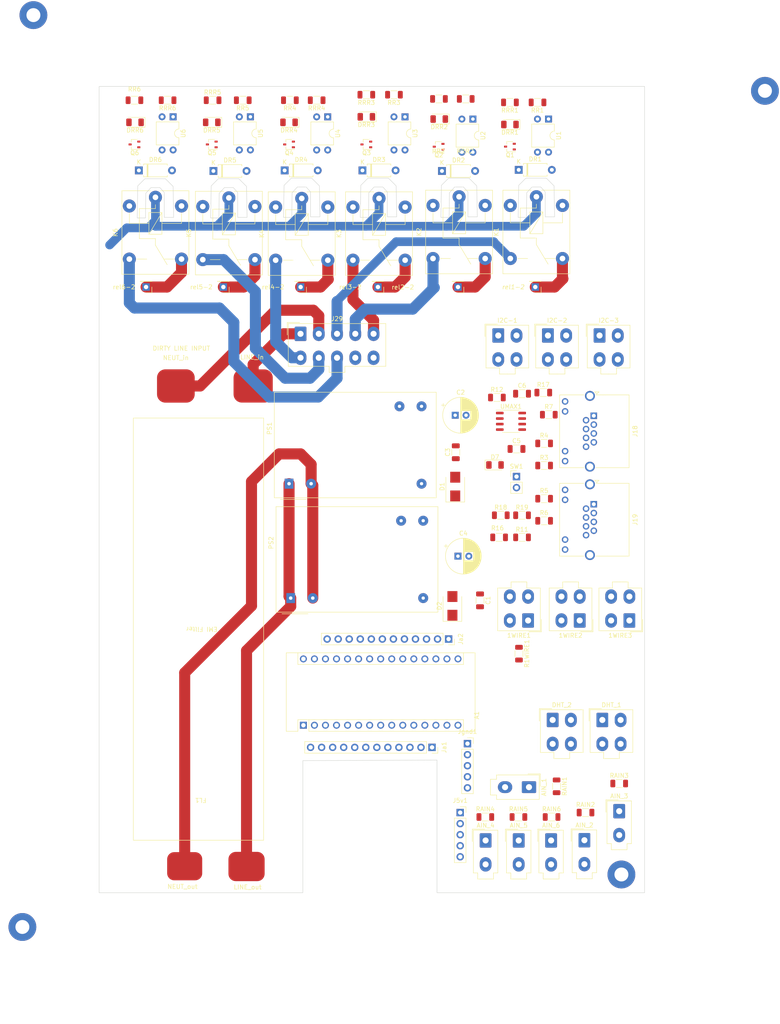
<source format=kicad_pcb>
(kicad_pcb (version 20211014) (generator pcbnew)
  (layers (0 "F.Cu" signal) (31 "B.Cu" signal) (34 "B.Paste" user) (35 "F.Paste" user) (36 "B.SilkS" user "B.Silkscreen") (37 "F.SilkS" user "F.Silkscreen") (38 "B.Mask" user) (39 "F.Mask" user) (44 "Edge.Cuts" user))
  (net 0 "")
  (net 1 "5VA")
  (net 2 "1WIRE_DATA")
  (net 3 "GND2")
  (net 5 "+12VA")
  (net 6 "AIN1")
  (net 7 "AIN2")
  (net 8 "AIN3")
  (net 9 "AIN4")
  (net 10 "SDA")
  (net 11 "SCL")
  (net 12 "IN1")
  (net 13 "IN2")
  (net 14 "IN3")
  (net 15 "IN4")
  (net 16 "IN5")
  (net 17 "IN6")
  (net 18 "RX")
  (net 19 "TX")
  (net 20 "T{slash}R")
  (net 21 "DHT1")
  (net 22 "DHT2")
  (net 23 "GND1")
  (net 24 "+12V")
  (net 25 "Net-(D7-Pad1)")
  (net 26 "3V3")
  (net 27 "NEUT")
  (net 28 "AREF")
  (net 29 "LINE")
  (net 30 "RS485A")
  (net 31 "RS485B")
  (net 32 "/L3")
  (net 33 "/L6")
  (net 34 "/L7")
  (net 35 "/L8")
  (net 36 "Net-(J18-Pad10)")
  (net 37 "Net-(J18-Pad12)")
  (net 38 "Net-(J19-Pad10)")
  (net 39 "Net-(J19-Pad12)")
  (net 40 "Led1_in")
  (net 41 "Reset_in")
  (net 42 "Net-(K1-Pad4)")
  (net 43 "Net-(K2-Pad4)")
  (net 44 "Net-(K3-Pad4)")
  (net 45 "Net-(K4-Pad4)")
  (net 46 "Net-(K5-Pad4)")
  (net 47 "Net-(K6-Pad4)")
  (net 48 "Net-(Q1-Pad1)")
  (net 49 "Net-(Q2-Pad1)")
  (net 50 "Net-(Q3-Pad1)")
  (net 51 "Net-(Q4-Pad1)")
  (net 52 "Net-(Q5-Pad1)")
  (net 53 "Net-(Q6-Pad1)")
  (net 54 "Net-(R17-Pad1)")
  (net 57 "AIN5")
  (net 58 "AIN6")
  (net 59 "Net-(DR1-Pad1)")
  (net 60 "Net-(DR2-Pad1)")
  (net 61 "Net-(DR3-Pad1)")
  (net 62 "Net-(DR4-Pad1)")
  (net 63 "Net-(DR5-Pad1)")
  (net 64 "Net-(DR6-Pad1)")
  (net 65 "RESET")
  (net 66 "Net-(FL1-Pad1)")
  (net 67 "Net-(FL1-Pad3)")
  (net 68 " Ch1_Output")
  (net 69 " Ch2_Output")
  (net 70 " Ch3_Output")
  (net 71 " Ch4_Output")
  (net 72 " Ch5_Output")
  (net 73 " Ch6_Output")
  (net 74 "Net-(DRR1-Pad2)")
  (net 75 "Net-(DRR2-Pad2)")
  (net 76 "Net-(DRR3-Pad2)")
  (net 77 "Net-(DRR4-Pad2)")
  (net 78 "Net-(DRR5-Pad2)")
  (net 79 "Net-(DRR6-Pad2)")
  (net 80 "Net-(RR1-Pad2)")
  (net 81 "Net-(RR2-Pad2)")
  (net 82 "Net-(RR3-Pad2)")
  (net 83 "Net-(RR4-Pad2)")
  (net 84 "Net-(RR5-Pad2)")
  (net 85 "Net-(RR6-Pad2)")
  (net 86 "Net-(RRR1-Pad1)")
  (net 87 "Net-(RRR2-Pad1)")
  (net 88 "Net-(RRR3-Pad1)")
  (net 89 "Net-(RRR4-Pad1)")
  (net 90 "Net-(RRR5-Pad1)")
  (net 91 "Net-(RRR6-Pad1)")
  (footprint "Connector_Molex:Molex_Mini-Fit_Jr_5566-04A_2x02_P4.20mm_Vertical" (layer "F.Cu") (at 152.45 94.576)
    (fp_text reference "I2C-3")
    (fp_text value "Conn_01x04")
  )
  (footprint "Resistor_SMD:R_1206_3216Metric" (layer "F.Cu") (at 138.186 41.011 180)
    (fp_text reference "RR1")
    (fp_text value "1K")
  )
  (footprint "Connector_PinHeader_2.54mm:PinHeader_1x02_P2.54mm_Vertical" (layer "F.Cu") (at 133.35 127)
    (fp_text reference "SW1")
    (fp_text value "SW_DIP_x01")
  )
  (footprint "Diode_SMD:D_SMB" (layer "F.Cu") (at 119.253 129.295 90)
    (fp_text reference "D1")
    (fp_text value "SM6T22A")
  )
  (footprint "Package_TO_SOT_SMD:SOT-323_SC-70" (layer "F.Cu") (at 45.466 50.673 180)
    (fp_text reference "Q6")
    (fp_text value "BC848W")
  )
  (footprint "LED_SMD:LED_1206_3216Metric" (layer "F.Cu") (at 131.836 46.091 180)
    (fp_text reference "DRR1")
    (fp_text value "LED")
  )
  (footprint "Chinese_emi_filter:Converter_ACDC_MeanWell_IRM-03-xx_THT" (layer "F.Cu") (at 81.407 154.9245 90)
    (fp_text reference "PS2")
    (fp_text value "LDE05-20B12")
  )
  (footprint "Resistor_SMD:R_1206_3216Metric" (layer "F.Cu") (at 129.3475 140.97)
    (fp_text reference "R16")
    (fp_text value "100K")
  )
  (footprint "LED_SMD:LED_1206_3216Metric" (layer "F.Cu") (at 128.397 124.333)
    (fp_text reference "D7")
    (fp_text value "LED")
  )
  (footprint "Connector_PinSocket_2.54mm:PinSocket_1x12_P2.54mm_Vertical" (layer "F.Cu") (at 117.729 164.338 -90)
    (fp_text reference "Ja2")
    (fp_text value "Conn_01x12_Male")
  )
  (footprint "Resistor_SMD:R_1206_3216Metric" (layer "F.Cu") (at 70.376 40.513 180)
    (fp_text reference "RR5")
    (fp_text value "1K")
  )
  (footprint "Connector_RJ:RJ45_Amphenol_RJHSE538X" (layer "F.Cu") (at 151.13 113.03 -90)
    (fp_text reference "J18")
    (fp_text value "8P8C_LED")
  )
  (footprint "LED_SMD:LED_1206_3216Metric" (layer "F.Cu") (at 63.246 45.593 180)
    (fp_text reference "DRR5")
    (fp_text value "LED")
  )
  (footprint "Capacitor_SMD:C_1206_3216Metric" (layer "F.Cu") (at 133.35 120.65)
    (fp_text reference "C5")
    (fp_text value "100 nF")
  )
  (footprint "Package_SO:SO-8_3.9x4.9mm_P1.27mm" (layer "F.Cu") (at 132.08 114.3)
    (fp_text reference "UMAX1")
    (fp_text value "MAX485E")
  )
  (footprint "Package_DIP:DIP-4_W7.62mm" (layer "F.Cu") (at 140.716 44.831 -90)
    (fp_text reference "U1")
    (fp_text value "EL817")
  )
  (footprint "Capacitor_SMD:C_1206_3216Metric" (layer "F.Cu") (at 119.38 121.412 90)
    (fp_text reference "C3")
    (fp_text value "C")
  )
  (footprint "Package_TO_SOT_SMD:SOT-323_SC-70" (layer "F.Cu") (at 115.432 51.191 180)
    (fp_text reference "Q2")
    (fp_text value "BC848W")
  )
  (footprint "Connector_Molex:Molex_Mini-Fit_Jr_5566-02A_2x01_P4.20mm_Vertical" (layer "F.Cu") (at 141.308 210.618)
    (fp_text reference "AIN_6")
    (fp_text value "Conn_01x02")
  )
  (footprint "Connector_Molex:Molex_Mini-Fit_Jr_5566-04A_2x02_P4.20mm_Vertical" (layer "F.Cu") (at 147.887 160.072 180)
    (fp_text reference "1WIRE2")
    (fp_text value "Conn_01x03")
  )
  (footprint "LED_SMD:LED_1206_3216Metric" (layer "F.Cu") (at 98.806 44.323 180)
    (fp_text reference "DRR3")
    (fp_text value "LED")
  )
  (footprint "MountingHole:MountingHole_3.2mm_M3_Pad" (layer "F.Cu") (at 190.5 38.354)
    (fp_text reference "H4" hide)
    (fp_text value "MountingHole" hide)
  )
  (footprint "Connector_Molex:Molex_Mini-Fit_Jr_5566-02A_2x01_P4.20mm_Vertical" (layer "F.Cu") (at 156.972 203.887)
    (fp_text reference "AIN_3")
    (fp_text value "Conn_01x02")
  )
  (footprint "Resistor_SMD:R_1206_3216Metric" (layer "F.Cu") (at 156.972 197.537)
    (fp_text reference "RAIN3")
    (fp_text value "10K")
  )
  (footprint "Module:Arduino_Nano" (layer "F.Cu") (at 84.328 184.14 90)
    (fp_text reference "A1")
    (fp_text value "Arduino_Nano_v3.x")
  )
  (footprint "Connector_Molex:Molex_Mini-Fit_Jr_5566-02A_2x01_P4.20mm_Vertical" (layer "F.Cu") (at 136.219 198.374 -90)
    (fp_text reference "AIN_1")
    (fp_text value "Conn_01x02")
  )
  (footprint "Connector_PinHeader_2.54mm:PinHeader_1x01_P2.54mm_Vertical" (layer "F.Cu") (at 119.888 83.439 180)
    (fp_text reference "rel2-2")
    (fp_text value "Conn_01x01_Male")
  )
  (footprint "Resistor_SMD:R_1206_3216Metric" (layer "F.Cu") (at 139.7 132.08)
    (fp_text reference "R5")
    (fp_text value "330")
  )
  (footprint "Package_TO_SOT_SMD:SOT-323_SC-70" (layer "F.Cu") (at 98.806 50.673 180)
    (fp_text reference "Q3")
    (fp_text value "BC848W")
  )
  (footprint "Resistor_SMD:R_1206_3216Metric" (layer "F.Cu") (at 129.7325 135.89)
    (fp_text reference "R18")
    (fp_text value "330")
  )
  (footprint "Connector_Molex:Molex_Mini-Fit_Jr_5566-04A_2x02_P4.20mm_Vertical" (layer "F.Cu") (at 141.664 182.932)
    (fp_text reference "DHT_2")
    (fp_text value "Conn_01x03")
  )
  (footprint "LED_SMD:LED_1206_3216Metric" (layer "F.Cu") (at 115.572 44.841 180)
    (fp_text reference "DRR2")
    (fp_text value "LED")
  )
  (footprint "Package_DIP:DIP-4_W7.62mm" (layer "F.Cu") (at 54.356 44.323 -90)
    (fp_text reference "U6")
    (fp_text value "EL817")
  )
  (footprint "Connector_Molex:Molex_Mini-Fit_Jr_5566-04A_2x02_P4.20mm_Vertical" (layer "F.Cu") (at 136.017 160.072 180)
    (fp_text reference "1WIRE1")
    (fp_text value "Conn_01x03")
  )
  (footprint "Resistor_SMD:R_1206_3216Metric" (layer "F.Cu") (at 139.7 119.38)
    (fp_text reference "R4")
    (fp_text value "330")
  )
  (footprint "Connector_Molex:Molex_Mini-Fit_Jr_5566-10A_2x05_P4.20mm_Vertical" (layer "F.Cu") (at 83.666 94.195)
    (fp_text reference "J29")
    (fp_text value "Conn_02x05_Counter_Clockwise")
  )
  (footprint "Resistor_SMD:R_1206_3216Metric" (layer "F.Cu") (at 139.5075 107.696)
    (fp_text reference "R17")
    (fp_text value "R")
  )
  (footprint "Connector_PinHeader_2.54mm:PinHeader_1x01_P2.54mm_Vertical" (layer "F.Cu") (at 65.913 83.439 180)
    (fp_text reference "rel5-2")
    (fp_text value "Conn_01x01_Male")
  )
  (footprint "Resistor_SMD:R_1206_3216Metric" (layer "F.Cu") (at 139.7 124.46)
    (fp_text reference "R3")
    (fp_text value "330")
  )
  (footprint "Connector_Molex:Molex_Mini-Fit_Jr_5566-02A_2x01_P4.20mm_Vertical" (layer "F.Cu") (at 133.858 210.618)
    (fp_text reference "AIN_5")
    (fp_text value "Conn_01x02")
  )
  (footprint "Resistor_SMD:R_1206_3216Metric" (layer "F.Cu") (at 105.156 39.243 180)
    (fp_text reference "RR3")
    (fp_text value "1K")
  )
  (footprint "LED_SMD:LED_1206_3216Metric" (layer "F.Cu") (at 81.026 45.593 180)
    (fp_text reference "DRR4")
    (fp_text value "LED")
  )
  (footprint "Diode_THT:D_A-405_P7.62mm_Horizontal" (layer "F.Cu") (at 133.858 56.515)
    (fp_text reference "DR1")
    (fp_text value "DIODE")
  )
  (footprint "MountingHole:MountingHole_3.2mm_M3_Pad" (layer "F.Cu") (at 157.48 218.44)
    (fp_text reference "H1" hide)
    (fp_text value "MountingHole")
  )
  (footprint "Chinese_emi_filter:Relay_T75" (layer "F.Cu") (at 120.142 62.689 -90)
    (fp_text reference "K2")
    (fp_text value "G5Q-1")
  )
  (footprint "Connector_RJ:RJ45_Amphenol_RJHSE538X" (layer "F.Cu") (at 151.13 133.35 -90)
    (fp_text reference "J19")
    (fp_text value "8P8C_LED")
  )
  (footprint "Chinese_emi_filter:ChinezeFilter" (layer "F.Cu") (at 60.452 221.243938 180)
    (fp_text reference "FL1")
    (fp_text value "Filter_EMI")
  )
  (footprint "Diode_THT:D_A-405_P7.62mm_Horizontal" (layer "F.Cu") (at 46.482 56.642)
    (fp_text reference "DR6")
    (fp_text value "DIODE")
  )
  (footprint "Resistor_SMD:R_1206_3216Metric" (layer "F.Cu") (at 140.7775 112.776)
    (fp_text reference "R7")
    (fp_text value "10K")
  )
  (footprint "Connector_PinHeader_2.54mm:PinHeader_1x01_P2.54mm_Vertical" (layer "F.Cu") (at 101.473 83.439 180)
    (fp_text reference "rel3-2")
    (fp_text value "Conn_01x01_Male")
  )
  (footprint "Package_DIP:DIP-4_W7.62mm" (layer "F.Cu") (at 72.136 44.323 -90)
    (fp_text reference "U5")
    (fp_text value "EL817")
  )
  (footprint "Chinese_emi_filter:Converter_ACDC_MeanWell_IRM-03-xx_THT" (layer "F.Cu") (at 81.026 128.6355 90)
    (fp_text reference "PS1")
    (fp_text value "LDE05-20B12")
  )
  (footprint "Capacitor_SMD:C_1206_3216Metric" (layer "F.Cu") (at 124.958349 155.448 -90)
    (fp_text reference "C1")
    (fp_text value "C")
  )
  (footprint "Connector_Molex:Molex_Mini-Fit_Jr_5566-04A_2x02_P4.20mm_Vertical" (layer "F.Cu") (at 159.317 160.072 180)
    (fp_text reference "1WIRE3")
    (fp_text value "Conn_01x03")
  )
  (footprint "Connector_PinHeader_2.54mm:PinHeader_1x01_P2.54mm_Vertical" (layer "F.Cu") (at 83.693 83.439 180)
    (fp_text reference "rel4-2")
    (fp_text value "Conn_01x01_Male")
  )
  (footprint "Resistor_SMD:R_1206_3216Metric" (layer "F.Cu") (at 87.376 40.513 180)
    (fp_text reference "RRR4")
    (fp_text value "1K")
  )
  (footprint "Chinese_emi_filter:Relay_T75" (layer "F.Cu") (at 83.947 63.07 -90)
    (fp_text reference "K4")
    (fp_text value "G5Q-1")
  )
  (footprint "Capacitor_THT:CP_Radial_D8.0mm_P2.50mm" (layer "F.Cu") (at 119.878349 145.288)
    (fp_text reference "C4")
    (fp_text value "C_Polarized")
  )
  (footprint "Resistor_SMD:R_1206_3216Metric" (layer "F.Cu") (at 149.225 204.216)
    (fp_text reference "RAIN2")
    (fp_text value "10K")
  )
  (footprint "Resistor_SMD:R_1206_3216Metric" (layer "F.Cu") (at 142.569 198.1815 -90)
    (fp_text reference "RAIN1")
    (fp_text value "10K")
  )
  (footprint "Resistor_SMD:R_1206_3216Metric" (layer "F.Cu") (at 53.086 40.513 180)
    (fp_text reference "RRR6")
    (fp_text value "1K")
  )
  (footprint "Package_DIP:DIP-4_W7.62mm" (layer "F.Cu") (at 89.921 44.333 -90)
    (fp_text reference "U4")
    (fp_text value "EL817")
  )
  (footprint "Connector_Molex:Molex_Mini-Fit_Jr_5566-02A_2x01_P4.20mm_Vertical" (layer "F.Cu") (at 126.238 210.618)
    (fp_text reference "AIN_4")
    (fp_text value "Conn_01x02")
  )
  (footprint "Chinese_emi_filter:Relay_T75" (layer "F.Cu") (at 137.922 62.689 -90)
    (fp_text reference "K1")
    (fp_text value "G5Q-1")
  )
  (footprint "Diode_THT:D_A-405_P7.62mm_Horizontal" (layer "F.Cu") (at 80.01 56.642)
    (fp_text reference "DR4")
    (fp_text value "DIODE")
  )
  (footprint "Resistor_SMD:R_1206_3216Metric" (layer "F.Cu") (at 134.62 140.97)
    (fp_text reference "R11")
    (fp_text value "10K")
  )
  (footprint "Package_TO_SOT_SMD:SOT-323_SC-70" (layer "F.Cu") (at 63.246 50.673 180)
    (fp_text reference "Q5")
    (fp_text value "BC848W")
  )
  (footprint "Resistor_SMD:R_1206_3216Metric" (layer "F.Cu") (at 133.917 167.692 -90)
    (fp_text reference "R1WIRE1")
    (fp_text value "4.7K")
  )
  (footprint "Resistor_SMD:R_1206_3216Metric" (layer "F.Cu") (at 131.836 41.011 180)
    (fp_text reference "RRR1")
    (fp_text value "1K")
  )
  (footprint "Resistor_SMD:R_1206_3216Metric" (layer "F.Cu") (at 134.62 135.89)
    (fp_text reference "R19")
    (fp_text value "330")
  )
  (footprint "Connector_Molex:Molex_Mini-Fit_Jr_5566-02A_2x01_P4.20mm_Vertical" (layer "F.Cu") (at 148.971 210.566)
    (fp_text reference "AIN_2")
    (fp_text value "Conn_01x02")
  )
  (footprint "Resistor_SMD:R_1206_3216Metric" (layer "F.Cu") (at 98.806 39.243 180)
    (fp_text reference "RRR3")
    (fp_text value "1K")
  )
  (footprint "Diode_SMD:D_SMB" (layer "F.Cu") (at 118.608349 156.718 90)
    (fp_text reference "D2")
    (fp_text value "SM6T22A")
  )
  (footprint "Resistor_SMD:R_1206_3216Metric" (layer "F.Cu") (at 133.7965 205.232)
    (fp_text reference "RAIN5")
    (fp_text value "10K")
  )
  (footprint "Connector_Molex:Molex_Mini-Fit_Jr_5566-04A_2x02_P4.20mm_Vertical" (layer "F.Cu") (at 140.58 94.576)
    (fp_text reference "I2C-2")
    (fp_text value "Conn_01x04")
  )
  (footprint "Connector_PinHeader_2.54mm:PinHeader_1x01_P2.54mm_Vertical" (layer "F.Cu") (at 48.133 83.439 180)
    (fp_text reference "rel6-2")
    (fp_text value "Conn_01x01_Male")
  )
  (footprint "Resistor_SMD:R_1206_3216Metric" (layer "F.Cu") (at 128.84 108.83)
    (fp_text reference "R12")
    (fp_text value "10K")
  )
  (footprint "MountingHole:MountingHole_3.2mm_M3_Pad" (layer "F.Cu") (at 19.685 230.505)
    (fp_text reference "H3" hide)
    (fp_text value "MountingHole")
  )
  (footprint "Diode_THT:D_A-405_P7.62mm_Horizontal" (layer "F.Cu") (at 97.917 56.642)
    (fp_text reference "DR3")
    (fp_text value "DIODE")
  )
  (footprint "Connector_PinSocket_2.54mm:PinSocket_1x12_P2.54mm_Vertical" (layer "F.Cu") (at 113.919 189.23 -90)
    (fp_text reference "Ja1")
    (fp_text value "Conn_01x12_Male")
  )
  (footprint "Resistor_SMD:R_1206_3216Metric" (layer "F.Cu") (at 121.666 40.21 180)
    (fp_text reference "RRR2")
    (fp_text value "1K")
  )
  (footprint "Resistor_SMD:R_1206_3216Metric" (layer "F.Cu") (at 45.466 40.513 180)
    (fp_text reference "RR6")
    (fp_text value "1K")
  )
  (footprint "Package_DIP:DIP-4_W7.62mm" (layer "F.Cu") (at 123.322 44.841 -90)
    (fp_text reference "U2")
    (fp_text value "EL817")
  )
  (footprint "Resistor_SMD:R_1206_3216Metric" (layer "F.Cu") (at 126.1765 205.232)
    (fp_text reference "RAIN4")
    (fp_text value "10K")
  )
  (footprint "Connector_PinSocket_2.54mm:PinSocket_1x05_P2.54mm_Vertical" (layer "F.Cu") (at 120.396 204.216)
    (fp_text reference "J5v1")
    (fp_text value "Conn_01x05_Female")
  )
  (footprint "Connector_PinSocket_2.54mm:PinSocket_1x05_P2.54mm_Vertical" (layer "F.Cu") (at 122.072 188.371)
    (fp_text reference "Jgnd1")
    (fp_text value "Conn_01x05_Female")
  )
  (footprint "Connector_Molex:Molex_Mini-Fit_Jr_5566-04A_2x02_P4.20mm_Vertical" (layer "F.Cu") (at 153.094 182.932)
    (fp_text reference "DHT_1")
    (fp_text value "Conn_01x03")
  )
  (footprint "Connector_PinHeader_2.54mm:PinHeader_1x01_P2.54mm_Vertical" (layer "F.Cu") (at 137.668 83.439 180)
    (fp_text reference "rel1-2")
    (fp_text value "Conn_01x01_Male")
  )
  (footprint "Diode_THT:D_A-405_P7.62mm_Horizontal" (layer "F.Cu") (at 116.205 56.769)
    (fp_text reference "DR2")
    (fp_text value "DIODE")
  )
  (footprint "Resistor_SMD:R_1206_3216Metric" (layer "F.Cu") (at 141.4165 205.232)
    (fp_text reference "RAIN6")
    (fp_text value "10K")
  )
  (footprint "LED_SMD:LED_1206_3216Metric" (layer "F.Cu") (at 45.596 45.593 180)
    (fp_text reference "DRR6")
    (fp_text value "LED")
  )
  (footprint "Resistor_SMD:R_1206_3216Metric" (layer "F.Cu") (at 63.4385 40.513)
    (fp_text reference "RRR5")
    (fp_text value "1K")
  )
  (footprint "Package_TO_SOT_SMD:SOT-323_SC-70" (layer "F.Cu") (at 131.836 51.171 180)
    (fp_text reference "Q1")
    (fp_text value "BC848W")
  )
  (footprint "Diode_THT:D_A-405_P7.62mm_Horizontal" (layer "F.Cu") (at 63.627 56.769)
    (fp_text reference "DR5")
    (fp_text value "DIODE")
  )
  (footprint "Package_DIP:DIP-4_W7.62mm" (layer "F.Cu") (at 107.701 44.333 -90)
    (fp_text reference "U3")
    (fp_text value "EL817")
  )
  (footprint "Capacitor_SMD:C_1206_3216Metric" (layer "F.Cu") (at 134.62 107.95)
    (fp_text reference "C6")
    (fp_text value "100 nF")
  )
  (footprint "MountingHole:MountingHole_3.2mm_M3_Pad" (layer "F.Cu") (at 22.225 20.955)
    (fp_text reference "H2" hide)
    (fp_text value "MountingHole")
  )
  (footprint "Connector_Molex:Molex_Mini-Fit_Jr_5566-04A_2x02_P4.20mm_Vertical" (layer "F.Cu") (at 129.15 94.576)
    (fp_text reference "I2C-1")
    (fp_text value "Conn_01x04")
  )
  (footprint "Package_TO_SOT_SMD:SOT-323_SC-70" (layer "F.Cu") (at 81.026 50.673 180)
    (fp_text reference "Q4")
    (fp_text value "BC848W")
  )
  (footprint "Chinese_emi_filter:Relay_T75" (layer "F.Cu") (at 67.183 62.943 -90)
    (fp_text reference "K5")
    (fp_text value "G5Q-1")
  )
  (footprint "Resistor_SMD:R_1206_3216Metric" (layer "F.Cu") (at 115.5085 40.21 180)
    (fp_text reference "RR2")
    (fp_text value "1K")
  )
  (footprint "Chinese_emi_filter:Relay_T75" (layer "F.Cu") (at 50.292 62.816 -90)
    (fp_text reference "K6")
    (fp_text value "G5Q-1")
  )
  (footprint "Chinese_emi_filter:Relay_T75" (layer "F.Cu") (at 101.727 63.07 -90)
    (fp_text reference "K3")
    (fp_text value "G5Q-1")
  )
  (footprint "Capacitor_THT:CP_Radial_D8.0mm_P2.50mm" (layer "F.Cu") (at 119.243349 112.903)
    (fp_text reference "C2")
    (fp_text value "C_Polarized")
  )
  (footprint "Resistor_SMD:R_1206_3216Metric" (layer "F.Cu") (at 139.7 137.16)
    (fp_text reference "R6")
    (fp_text value "330")
  )
  (footprint "Resistor_SMD:R_1206_3216Metric" (layer "F.Cu") (at 81.2185 40.513 180)
    (fp_text reference "RR4")
    (fp_text value "1K")
  )
  (gr_poly (pts (xy 52.324 61.722) (xy 51.308 60.579) (xy 49.276 60.579) (xy 48.0695 61.9125) (xy 48.006 67.564) (xy 46.101 67.564) (xy 46.228 60.198) (xy 47.879 58.547) (xy 52.578 58.547) (xy 54.356 60.325) (xy 54.483 67.437) (xy 52.324 67.437)) (layer "Edge.Cuts") (width 0.1) (fill none))
  (gr_poly (pts (xy 85.979 61.595) (xy 84.963 60.452) (xy 82.931 60.452) (xy 81.7245 61.7855) (xy 81.661 67.437) (xy 79.756 67.437) (xy 79.883 60.071) (xy 81.534 58.42) (xy 86.233 58.42) (xy 88.011 60.198) (xy 88.138 67.31) (xy 85.979 67.31)) (layer "Edge.Cuts") (width 0.1) (fill none))
  (gr_poly (pts (xy 103.632 61.595) (xy 102.616 60.452) (xy 100.584 60.452) (xy 99.3775 61.7855) (xy 99.314 67.437) (xy 97.409 67.437) (xy 97.536 60.071) (xy 99.187 58.42) (xy 103.886 58.42) (xy 105.664 60.198) (xy 105.791 67.31) (xy 103.632 67.31)) (layer "Edge.Cuts") (width 0.1) (fill none))
  (gr_poly (pts (xy 69.215 61.722) (xy 68.199 60.579) (xy 66.167 60.579) (xy 64.9605 61.9125) (xy 64.897 67.564) (xy 62.992 67.564) (xy 63.119 60.198) (xy 64.77 58.547) (xy 69.469 58.547) (xy 71.247 60.325) (xy 71.374 67.437) (xy 69.215 67.437)) (layer "Edge.Cuts") (width 0.1) (fill none))
  (gr_poly (pts (xy 139.954 61.595) (xy 138.938 60.452) (xy 136.906 60.452) (xy 135.6995 61.7855) (xy 135.636 67.437) (xy 133.731 67.437) (xy 133.858 60.071) (xy 135.509 58.42) (xy 140.208 58.42) (xy 141.986 60.198) (xy 142.113 67.31) (xy 139.954 67.31)) (layer "Edge.Cuts") (width 0.1) (fill none))
  (gr_poly (pts (xy 162.814 222.631) (xy 115.062 222.631) (xy 115.062 192.151) (xy 84.201 192.278) (xy 84.201 222.631) (xy 37.338 222.631) (xy 37.338 37.338) (xy 162.814 37.338)) (layer "Edge.Cuts") (width 0.1) (fill none))
  (gr_poly (pts (xy 122.174 61.595) (xy 121.158 60.452) (xy 119.126 60.452) (xy 117.9195 61.7855) (xy 117.856 67.437) (xy 115.951 67.437) (xy 116.078 60.071) (xy 117.729 58.42) (xy 122.428 58.42) (xy 124.206 60.198) (xy 124.333 67.31) (xy 122.174 67.31)) (layer "Edge.Cuts") (width 0.1) (fill none))
  (gr_text "DIRTY LINE INPUT" (at 56.261 97.536) (layer "F.SilkS") (effects (font (size 1 1))))
  (segment (start 86.614 88.773) (end 87.866 90.025) (width 2.54) (layer "F.Cu") (net 27))
  (segment (start 77.978 88.773) (end 86.614 88.773) (width 2.54) (layer "F.Cu") (net 27))
  (segment (start 60.569062 106.181938) (end 77.978 88.773) (width 2.54) (layer "F.Cu") (net 27))
  (segment (start 54.991 106.181938) (end 60.569062 106.181938) (width 2.54) (layer "F.Cu") (net 27))
  (segment (start 87.866 90.025) (end 87.866 94.195) (width 2.54) (layer "F.Cu") (net 27))
  (segment (start 72.771 101.219) (end 79.795 94.195) (width 2.54) (layer "F.Cu") (net 29))
  (segment (start 79.795 94.195) (end 83.666 94.195) (width 2.54) (layer "F.Cu") (net 29))
  (segment (start 72.771 106.181938) (end 72.771 101.219) (width 2.54) (layer "F.Cu") (net 29))
  (segment (start 64.412733 69.469) (end 81.049733 69.469) (width 2) (layer "B.Cu") (net 29))
  (segment (start 48.641 69.85) (end 49.911 68.58) (width 2) (layer "B.Cu") (net 29))
  (segment (start 50.292 69.469) (end 50.292 62.816) (width 2) (layer "B.Cu") (net 29))
  (segment (start 137.922 66.571733) (end 137.922 62.689) (width 2) (layer "B.Cu") (net 29))
  (segment (start 98.702733 69.469) (end 101.727 66.444733) (width 2) (layer "B.Cu") (net 29))
  (segment (start 50.292 68.961) (end 50.292 69.469) (width 2) (layer "B.Cu") (net 29))
  (segment (start 49.911 68.58) (end 50.292 68.961) (width 2) (layer "B.Cu") (net 29))
  (segment (start 98.702733 69.469) (end 117.244733 69.469) (width 2) (layer "B.Cu") (net 29))
  (segment (start 83.947 66.571733) (end 83.947 63.07) (width 2) (layer "B.Cu") (net 29))
  (segment (start 43.688 69.85) (end 48.641 69.85) (width 2) (layer "B.Cu") (net 29))
  (segment (start 50.292 69.469) (end 64.412733 69.469) (width 2) (layer "B.Cu") (net 29))
  (segment (start 135.024733 69.469) (end 137.922 66.571733) (width 2) (layer "B.Cu") (net 29))
  (segment (start 81.049733 69.469) (end 83.947 66.571733) (width 2) (layer "B.Cu") (net 29))
  (segment (start 101.727 66.444733) (end 101.727 63.07) (width 2) (layer "B.Cu") (net 29))
  (segment (start 39.751 73.787) (end 43.688 69.85) (width 2) (layer "B.Cu") (net 29))
  (segment (start 117.244733 69.469) (end 135.024733 69.469) (width 2) (layer "B.Cu") (net 29))
  (segment (start 67.183 66.698733) (end 67.183 62.943) (width 2) (layer "B.Cu") (net 29))
  (segment (start 64.412733 69.469) (end 67.183 66.698733) (width 2) (layer "B.Cu") (net 29))
  (segment (start 117.244733 69.469) (end 120.142 66.571733) (width 2) (layer "B.Cu") (net 29))
  (segment (start 81.049733 69.469) (end 98.702733 69.469) (width 2) (layer "B.Cu") (net 29))
  (segment (start 120.142 66.571733) (end 120.142 62.689) (width 2) (layer "B.Cu") (net 29))
  (segment (start 142.113 83.439) (end 144.018 81.534) (width 2.54) (layer "F.Cu") (net 42))
  (segment (start 143.922 81.438) (end 143.922 76.889) (width 2.54) (layer "F.Cu") (net 42))
  (segment (start 137.668 83.439) (end 142.113 83.439) (width 2.54) (layer "F.Cu") (net 42))
  (segment (start 144.018 81.534) (end 143.922 81.438) (width 2.54) (layer "F.Cu") (net 42))
  (segment (start 119.888 83.439) (end 123.825 83.439) (width 2.54) (layer "F.Cu") (net 43))
  (segment (start 123.825 83.439) (end 126.142 81.122) (width 2.54) (layer "F.Cu") (net 43))
  (segment (start 126.142 81.122) (end 126.142 76.889) (width 2.54) (layer "F.Cu") (net 43))
  (segment (start 101.473 83.439) (end 105.41 83.439) (width 2.54) (layer "F.Cu") (net 44))
  (segment (start 107.727 81.122) (end 107.727 77.27) (width 2.54) (layer "F.Cu") (net 44))
  (segment (start 105.41 83.439) (end 107.727 81.122) (width 2.54) (layer "F.Cu") (net 44))
  (segment (start 83.693 83.439) (end 88.265 83.439) (width 2.54) (layer "F.Cu") (net 45))
  (segment (start 90.043 81.661) (end 89.947 81.565) (width 2.54) (layer "F.Cu") (net 45))
  (segment (start 88.265 83.439) (end 90.043 81.661) (width 2.54) (layer "F.Cu") (net 45))
  (segment (start 89.947 81.565) (end 89.947 77.27) (width 2.54) (layer "F.Cu") (net 45))
  (segment (start 70.612 83.439) (end 73.183 80.868) (width 2.54) (layer "F.Cu") (net 46))
  (segment (start 73.183 80.868) (end 73.183 77.143) (width 2.54) (layer "F.Cu") (net 46))
  (segment (start 65.913 83.439) (end 70.612 83.439) (width 2.54) (layer "F.Cu") (net 46))
  (segment (start 52.959 83.439) (end 56.292 80.106) (width 2.54) (layer "F.Cu") (net 47))
  (segment (start 48.133 83.439) (end 52.959 83.439) (width 2.54) (layer "F.Cu") (net 47))
  (segment (start 56.292 80.106) (end 56.292 77.016) (width 2.54) (layer "F.Cu") (net 47))
  (segment (start 83.693 121.793) (end 78.74 121.793) (width 2.54) (layer "F.Cu") (net 66))
  (segment (start 78.74 121.793) (end 72.39 128.143) (width 2.54) (layer "F.Cu") (net 66))
  (segment (start 86.106 124.206) (end 83.693 121.793) (width 2.54) (layer "F.Cu") (net 66))
  (segment (start 86.487 129.0165) (end 86.106 128.6355) (width 2.54) (layer "F.Cu") (net 66))
  (segment (start 86.487 154.9245) (end 86.487 129.0165) (width 2.54) (layer "F.Cu") (net 66))
  (segment (start 72.39 156.718) (end 57.023 172.085) (width 2.54) (layer "F.Cu") (net 66))
  (segment (start 86.106 128.6355) (end 86.106 124.206) (width 2.54) (layer "F.Cu") (net 66))
  (segment (start 72.39 128.143) (end 72.39 156.718) (width 2.54) (layer "F.Cu") (net 66))
  (segment (start 57.023 172.085) (end 57.023 216.544938) (width 2.54) (layer "F.Cu") (net 66))
  (segment (start 81.407 154.9245) (end 81.407 156.845) (width 2.54) (layer "F.Cu") (net 67))
  (segment (start 71.247 167.005) (end 71.247 216.608438) (width 2.54) (layer "F.Cu") (net 67))
  (segment (start 81.407 156.845) (end 71.247 167.005) (width 2.54) (layer "F.Cu") (net 67))
  (segment (start 81.407 154.9245) (end 81.026 154.5435) (width 2.54) (layer "F.Cu") (net 67))
  (segment (start 81.026 154.5435) (end 81.026 128.6355) (width 2.54) (layer "F.Cu") (net 67))
  (segment (start 92.075 86.614) (end 105.664 73.025) (width 2) (layer "B.Cu") (net 68))
  (segment (start 92.075 86.741) (end 92.075 86.614) (width 2) (layer "B.Cu") (net 68))
  (segment (start 128.143 73.025) (end 128.143 73.11) (width 2) (layer "B.Cu") (net 68))
  (segment (start 131.88 76.889) (end 131.922 76.889) (width 2.54) (layer "B.Cu") (net 68))
  (segment (start 92.066 94.195) (end 92.075 94.186) (width 2.54) (layer "B.Cu") (net 68))
  (segment (start 128.143 73.11) (end 131.922 76.889) (width 2) (layer "B.Cu") (net 68))
  (segment (start 92.075 94.186) (end 92.075 86.741) (width 2.54) (layer "B.Cu") (net 68))
  (segment (start 105.664 73.025) (end 128.143 73.025) (width 2) (layer "B.Cu") (net 68))
  (segment (start 96.266 90.805) (end 98.552 88.519) (width 2.54) (layer "B.Cu") (net 69))
  (segment (start 109.474 88.519) (end 114.427 83.566) (width 2.54) (layer "B.Cu") (net 69))
  (segment (start 114.427 83.566) (end 114.142 83.281) (width 2.54) (layer "B.Cu") (net 69))
  (segment (start 98.552 88.519) (end 109.474 88.519) (width 2.54) (layer "B.Cu") (net 69))
  (segment (start 114.142 83.281) (end 114.142 76.889) (width 2.54) (layer "B.Cu") (net 69))
  (segment (start 96.266 94.195) (end 96.266 90.805) (width 2.54) (layer "B.Cu") (net 69))
  (segment (start 100.466 94.195) (end 100.466 91.068) (width 2.54) (layer "F.Cu") (net 70))
  (segment (start 95.727 86.329) (end 95.727 77.27) (width 2.54) (layer "F.Cu") (net 70))
  (segment (start 100.466 91.068) (end 95.727 86.329) (width 2.54) (layer "F.Cu") (net 70))
  (segment (start 83.666 99.695) (end 81.661 99.695) (width 2.54) (layer "B.Cu") (net 71))
  (segment (start 81.661 99.695) (end 77.947 95.981) (width 2.54) (layer "B.Cu") (net 71))
  (segment (start 77.947 95.981) (end 77.947 77.27) (width 2.54) (layer "B.Cu") (net 71))
  (segment (start 80.137 104.394) (end 73.279 97.536) (width 2.54) (layer "B.Cu") (net 72))
  (segment (start 87.866 102.38) (end 85.852 104.394) (width 2.54) (layer "B.Cu") (net 72))
  (segment (start 73.279 97.536) (end 73.279 84.455) (width 2.54) (layer "B.Cu") (net 72))
  (segment (start 65.967 77.143) (end 61.183 77.143) (width 2.54) (layer "B.Cu") (net 72))
  (segment (start 85.852 104.394) (end 80.137 104.394) (width 2.54) (layer "B.Cu") (net 72))
  (segment (start 87.866 99.695) (end 87.866 102.38) (width 2.54) (layer "B.Cu") (net 72))
  (segment (start 73.279 84.455) (end 65.967 77.143) (width 2.54) (layer "B.Cu") (net 72))
  (segment (start 76.454 108.712) (end 68.326 100.584) (width 2.54) (layer "B.Cu") (net 73))
  (segment (start 44.3865 87.1855) (end 44.292 87.091) (width 2.54) (layer "B.Cu") (net 73))
  (segment (start 45.466 88.265) (end 44.3865 87.1855) (width 2.54) (layer "B.Cu") (net 73))
  (segment (start 65.024 88.265) (end 45.466 88.265) (width 2.54) (layer "B.Cu") (net 73))
  (segment (start 68.326 100.584) (end 68.326 91.567) (width 2.54) (layer "B.Cu") (net 73))
  (segment (start 87.757 108.712) (end 76.454 108.712) (width 2.54) (layer "B.Cu") (net 73))
  (segment (start 44.292 87.091) (end 44.292 77.016) (width 2.54) (layer "B.Cu") (net 73))
  (segment (start 68.326 91.567) (end 65.024 88.265) (width 2.54) (layer "B.Cu") (net 73))
  (segment (start 92.066 104.403) (end 87.757 108.712) (width 2.54) (layer "B.Cu") (net 73))
  (segment (start 92.066 99.695) (end 92.066 104.403) (width 2.54) (layer "B.Cu") (net 73))
)
</source>
